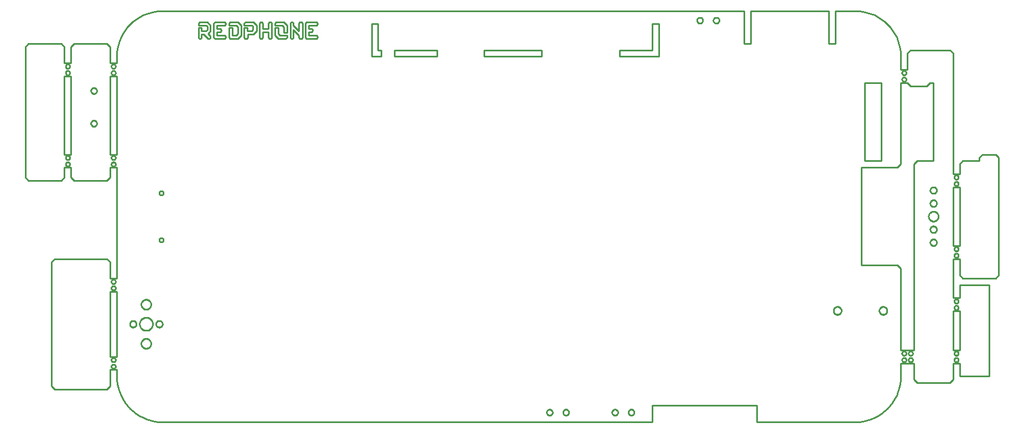
<source format=gbr>
G04 EAGLE Gerber RS-274X export*
G75*
%MOMM*%
%FSLAX34Y34*%
%LPD*%
%AMOC8*
5,1,8,0,0,1.08239X$1,22.5*%
G01*
%ADD10C,0.254000*%


D10*
X-140000Y375000D02*
X-135000Y370000D01*
X-85000Y370000D01*
X-80000Y375000D01*
X-80000Y390000D01*
X-70000Y390000D01*
X-70000Y375000D01*
X-65000Y370000D01*
X-15000Y370000D01*
X-10000Y375000D01*
X-10000Y390000D01*
X0Y390000D01*
X0Y220000D01*
X-10000Y220000D01*
X-10000Y245000D01*
X-15000Y250000D01*
X-95000Y250000D01*
X-100000Y245000D01*
X-100000Y55000D01*
X-95000Y50000D01*
X-15000Y50000D01*
X-10000Y55000D01*
X-10000Y80000D01*
X0Y80000D01*
X0Y70000D01*
X266Y63899D01*
X1063Y57845D01*
X2385Y51883D01*
X4222Y46059D01*
X6558Y40417D01*
X9378Y35000D01*
X12659Y29850D01*
X16377Y25005D01*
X20503Y20503D01*
X25005Y16377D01*
X29850Y12659D01*
X35000Y9378D01*
X40417Y6558D01*
X46059Y4222D01*
X51883Y2385D01*
X57845Y1063D01*
X63899Y266D01*
X70000Y0D01*
X820000Y0D01*
X820000Y25000D01*
X980000Y25000D01*
X980000Y0D01*
X1130000Y0D01*
X1136101Y266D01*
X1142155Y1063D01*
X1148117Y2385D01*
X1153941Y4222D01*
X1159583Y6558D01*
X1165000Y9378D01*
X1170150Y12659D01*
X1174995Y16377D01*
X1179497Y20503D01*
X1183623Y25005D01*
X1187341Y29850D01*
X1190622Y35000D01*
X1193442Y40417D01*
X1195778Y46059D01*
X1197615Y51883D01*
X1198937Y57845D01*
X1199734Y63899D01*
X1200000Y70000D01*
X1200000Y90000D01*
X1220000Y90000D01*
X1220000Y65000D01*
X1225000Y60000D01*
X1275000Y60000D01*
X1280000Y65000D01*
X1280000Y90000D01*
X1290000Y90000D01*
X1290000Y70000D01*
X1335000Y70000D01*
X1335000Y210000D01*
X1290000Y210000D01*
X1290000Y190000D01*
X1280000Y190000D01*
X1280000Y250000D01*
X1290000Y250000D01*
X1290000Y225000D01*
X1295000Y220000D01*
X1345000Y220000D01*
X1350000Y225000D01*
X1350000Y405000D01*
X1345000Y410000D01*
X1325000Y410000D01*
X1320000Y405000D01*
X1320000Y400000D01*
X1295000Y400000D01*
X1290000Y395000D01*
X1290000Y380000D01*
X1280000Y380000D01*
X1280000Y565000D01*
X1275000Y570000D01*
X1215000Y570000D01*
X1210000Y565000D01*
X1210000Y540000D01*
X1200000Y540000D01*
X1200000Y560000D01*
X1199734Y566101D01*
X1198937Y572155D01*
X1197615Y578117D01*
X1195778Y583941D01*
X1193442Y589583D01*
X1190622Y595000D01*
X1187341Y600150D01*
X1183623Y604995D01*
X1179497Y609497D01*
X1174995Y613623D01*
X1170150Y617341D01*
X1165000Y620622D01*
X1159583Y623442D01*
X1153941Y625778D01*
X1148117Y627615D01*
X1142155Y628937D01*
X1136101Y629734D01*
X1130000Y630000D01*
X1100000Y630000D01*
X1100000Y580000D01*
X1090000Y580000D01*
X1090000Y630000D01*
X970000Y630000D01*
X970000Y580000D01*
X960000Y580000D01*
X960000Y630000D01*
X70000Y630000D01*
X63899Y629734D01*
X57845Y628937D01*
X51883Y627615D01*
X46059Y625778D01*
X40417Y623442D01*
X35000Y620622D01*
X29850Y617341D01*
X25005Y613623D01*
X20503Y609497D01*
X16377Y604995D01*
X12659Y600150D01*
X9378Y595000D01*
X6558Y589583D01*
X4222Y583941D01*
X2385Y578117D01*
X1063Y572155D01*
X266Y566101D01*
X0Y560000D01*
X0Y550000D01*
X-10000Y550000D01*
X-10000Y575000D01*
X-15000Y580000D01*
X-65000Y580000D01*
X-70000Y575000D01*
X-70000Y550000D01*
X-80000Y550000D01*
X-80000Y575000D01*
X-85000Y580000D01*
X-135000Y580000D01*
X-140000Y575000D01*
X-140000Y375000D01*
X265500Y589000D02*
X267000Y587500D01*
X269000Y587500D01*
X270500Y589000D01*
X270500Y601000D01*
X279000Y592500D01*
X279000Y589000D01*
X280500Y587500D01*
X283000Y587500D01*
X284500Y589000D01*
X284500Y611500D01*
X283000Y613000D01*
X280500Y613000D01*
X279000Y611500D01*
X279000Y599000D01*
X270500Y607500D01*
X270500Y611500D01*
X269000Y613000D01*
X267000Y613000D01*
X265500Y611500D01*
X265500Y589000D01*
X242000Y592500D02*
X247000Y587500D01*
X258500Y587500D01*
X260500Y589500D01*
X260500Y592500D01*
X249500Y592500D01*
X248000Y594000D01*
X247000Y595000D01*
X247000Y604000D01*
X242000Y604000D01*
X242000Y592500D01*
X242000Y608000D02*
X253000Y608000D01*
X255500Y605500D01*
X255500Y596500D01*
X260500Y596500D01*
X260500Y608000D01*
X255500Y613000D01*
X244000Y613000D01*
X242000Y611000D01*
X242000Y608000D01*
X288500Y589500D02*
X290500Y587500D01*
X305500Y587500D01*
X307000Y589000D01*
X307000Y591000D01*
X305500Y592500D01*
X293500Y592500D01*
X293500Y597500D01*
X298500Y597500D01*
X300000Y599000D01*
X300000Y601000D01*
X299500Y601500D01*
X298500Y602500D01*
X293500Y602500D01*
X293500Y608000D01*
X305500Y608000D01*
X307000Y609500D01*
X307000Y611500D01*
X305500Y613000D01*
X290500Y613000D01*
X288500Y611000D01*
X288500Y589500D01*
X218500Y589000D02*
X220000Y587500D01*
X222000Y587500D01*
X223500Y589000D01*
X223500Y597500D01*
X232000Y597500D01*
X232000Y589000D01*
X233500Y587500D01*
X236000Y587500D01*
X237500Y589000D01*
X237500Y611500D01*
X236000Y613000D01*
X233500Y613000D01*
X232000Y611500D01*
X232000Y603000D01*
X223500Y603000D01*
X223500Y611500D01*
X222000Y613000D01*
X220000Y613000D01*
X218500Y611500D01*
X218500Y589000D01*
X195000Y589000D02*
X196500Y587500D01*
X199000Y587500D01*
X200500Y589000D01*
X200500Y594500D01*
X209000Y594500D01*
X214000Y599500D01*
X214000Y608000D01*
X209000Y613000D01*
X197000Y613000D01*
X195000Y611000D01*
X195000Y608000D01*
X206500Y608000D01*
X208000Y606500D01*
X208500Y606000D01*
X208500Y601000D01*
X206500Y599000D01*
X200000Y599000D01*
X200000Y604000D01*
X195000Y604000D01*
X195000Y589000D01*
X172000Y589500D02*
X174000Y587500D01*
X185500Y587500D01*
X190500Y592500D01*
X190500Y608000D01*
X185500Y613000D01*
X174000Y613000D01*
X172000Y611000D01*
X172000Y608000D01*
X183000Y608000D01*
X185500Y605500D01*
X185500Y595000D01*
X183000Y592500D01*
X177000Y592500D01*
X177000Y604000D01*
X172000Y604000D01*
X172000Y589500D01*
X148500Y589500D02*
X150500Y587500D01*
X165500Y587500D01*
X167000Y589000D01*
X167000Y591000D01*
X165500Y592500D01*
X153500Y592500D01*
X153500Y597500D01*
X158500Y597500D01*
X160000Y599000D01*
X160000Y601000D01*
X159500Y601500D01*
X158500Y602500D01*
X153500Y602500D01*
X153500Y608000D01*
X165500Y608000D01*
X167000Y609500D01*
X167000Y611500D01*
X165500Y613000D01*
X150500Y613000D01*
X148500Y611000D01*
X148500Y589500D01*
X1145000Y400000D02*
X1170000Y400000D01*
X1170000Y520000D01*
X1145000Y520000D01*
X1145000Y400000D01*
X125000Y589000D02*
X126500Y587500D01*
X128500Y587500D01*
X130000Y589000D01*
X130000Y594500D01*
X133000Y594500D01*
X140000Y587500D01*
X142000Y587500D01*
X143500Y589000D01*
X143500Y591000D01*
X143000Y591500D01*
X139500Y595000D01*
X142500Y598000D01*
X143500Y599000D01*
X143500Y608000D01*
X138500Y613000D01*
X127000Y613000D01*
X125000Y611000D01*
X125000Y608000D01*
X136500Y608000D01*
X138000Y606500D01*
X138500Y606000D01*
X138500Y601000D01*
X136500Y599000D01*
X130000Y599000D01*
X130000Y604000D01*
X125000Y604000D01*
X125000Y589000D01*
X1280000Y270000D02*
X1290000Y270000D01*
X1290000Y360000D01*
X1280000Y360000D01*
X1280000Y270000D01*
X1280000Y110000D02*
X1290000Y110000D01*
X1290000Y170000D01*
X1280000Y170000D01*
X1280000Y110000D01*
X1140000Y240000D02*
X1195000Y240000D01*
X1200000Y235000D01*
X1200000Y110000D01*
X1220000Y110000D01*
X1220000Y395000D01*
X1225000Y400000D01*
X1250000Y400000D01*
X1250000Y520000D01*
X1245000Y520000D01*
X1240000Y515000D01*
X1215000Y515000D01*
X1210000Y520000D01*
X1200000Y520000D01*
X1200000Y395000D01*
X1195000Y390000D01*
X1140000Y390000D01*
X1140000Y240000D01*
X390000Y560000D02*
X405000Y560000D01*
X405000Y570000D01*
X400000Y570000D01*
X400000Y610000D01*
X390000Y610000D01*
X390000Y560000D01*
X425000Y560000D02*
X490000Y560000D01*
X490000Y570000D01*
X425000Y570000D01*
X425000Y560000D01*
X770000Y560000D02*
X830000Y560000D01*
X830000Y610000D01*
X820000Y610000D01*
X820000Y570000D01*
X770000Y570000D01*
X770000Y560000D01*
X-10000Y410000D02*
X0Y410000D01*
X0Y530000D01*
X-10000Y530000D01*
X-10000Y410000D01*
X-80000Y410000D02*
X-70000Y410000D01*
X-70000Y530000D01*
X-80000Y530000D01*
X-80000Y410000D01*
X-10000Y100000D02*
X0Y100000D01*
X0Y200000D01*
X-10000Y200000D01*
X-10000Y100000D01*
X562500Y560000D02*
X650000Y560000D01*
X650000Y570000D01*
X562500Y570000D01*
X562500Y560000D01*
X1257500Y314632D02*
X1257428Y313898D01*
X1257284Y313175D01*
X1257070Y312470D01*
X1256788Y311789D01*
X1256441Y311140D01*
X1256031Y310527D01*
X1255564Y309957D01*
X1255043Y309436D01*
X1254473Y308969D01*
X1253860Y308559D01*
X1253211Y308212D01*
X1252530Y307930D01*
X1251825Y307716D01*
X1251102Y307572D01*
X1250368Y307500D01*
X1249632Y307500D01*
X1248898Y307572D01*
X1248175Y307716D01*
X1247470Y307930D01*
X1246789Y308212D01*
X1246140Y308559D01*
X1245527Y308969D01*
X1244957Y309436D01*
X1244436Y309957D01*
X1243969Y310527D01*
X1243559Y311140D01*
X1243212Y311789D01*
X1242930Y312470D01*
X1242716Y313175D01*
X1242572Y313898D01*
X1242500Y314632D01*
X1242500Y315368D01*
X1242572Y316102D01*
X1242716Y316825D01*
X1242930Y317530D01*
X1243212Y318211D01*
X1243559Y318860D01*
X1243969Y319473D01*
X1244436Y320043D01*
X1244957Y320564D01*
X1245527Y321031D01*
X1246140Y321441D01*
X1246789Y321788D01*
X1247470Y322070D01*
X1248175Y322284D01*
X1248898Y322428D01*
X1249632Y322500D01*
X1250368Y322500D01*
X1251102Y322428D01*
X1251825Y322284D01*
X1252530Y322070D01*
X1253211Y321788D01*
X1253860Y321441D01*
X1254473Y321031D01*
X1255043Y320564D01*
X1255564Y320043D01*
X1256031Y319473D01*
X1256441Y318860D01*
X1256788Y318211D01*
X1257070Y317530D01*
X1257284Y316825D01*
X1257428Y316102D01*
X1257500Y315368D01*
X1257500Y314632D01*
X1255000Y294719D02*
X1254937Y294161D01*
X1254812Y293614D01*
X1254627Y293084D01*
X1254383Y292578D01*
X1254084Y292102D01*
X1253734Y291663D01*
X1253337Y291266D01*
X1252898Y290916D01*
X1252422Y290617D01*
X1251916Y290373D01*
X1251386Y290188D01*
X1250839Y290063D01*
X1250281Y290000D01*
X1249719Y290000D01*
X1249161Y290063D01*
X1248614Y290188D01*
X1248084Y290373D01*
X1247578Y290617D01*
X1247102Y290916D01*
X1246663Y291266D01*
X1246266Y291663D01*
X1245916Y292102D01*
X1245617Y292578D01*
X1245373Y293084D01*
X1245188Y293614D01*
X1245063Y294161D01*
X1245000Y294719D01*
X1245000Y295281D01*
X1245063Y295839D01*
X1245188Y296386D01*
X1245373Y296916D01*
X1245617Y297422D01*
X1245916Y297898D01*
X1246266Y298337D01*
X1246663Y298734D01*
X1247102Y299084D01*
X1247578Y299383D01*
X1248084Y299627D01*
X1248614Y299812D01*
X1249161Y299937D01*
X1249719Y300000D01*
X1250281Y300000D01*
X1250839Y299937D01*
X1251386Y299812D01*
X1251916Y299627D01*
X1252422Y299383D01*
X1252898Y299084D01*
X1253337Y298734D01*
X1253734Y298337D01*
X1254084Y297898D01*
X1254383Y297422D01*
X1254627Y296916D01*
X1254812Y296386D01*
X1254937Y295839D01*
X1255000Y295281D01*
X1255000Y294719D01*
X1255000Y274719D02*
X1254937Y274161D01*
X1254812Y273614D01*
X1254627Y273084D01*
X1254383Y272578D01*
X1254084Y272102D01*
X1253734Y271663D01*
X1253337Y271266D01*
X1252898Y270916D01*
X1252422Y270617D01*
X1251916Y270373D01*
X1251386Y270188D01*
X1250839Y270063D01*
X1250281Y270000D01*
X1249719Y270000D01*
X1249161Y270063D01*
X1248614Y270188D01*
X1248084Y270373D01*
X1247578Y270617D01*
X1247102Y270916D01*
X1246663Y271266D01*
X1246266Y271663D01*
X1245916Y272102D01*
X1245617Y272578D01*
X1245373Y273084D01*
X1245188Y273614D01*
X1245063Y274161D01*
X1245000Y274719D01*
X1245000Y275281D01*
X1245063Y275839D01*
X1245188Y276386D01*
X1245373Y276916D01*
X1245617Y277422D01*
X1245916Y277898D01*
X1246266Y278337D01*
X1246663Y278734D01*
X1247102Y279084D01*
X1247578Y279383D01*
X1248084Y279627D01*
X1248614Y279812D01*
X1249161Y279937D01*
X1249719Y280000D01*
X1250281Y280000D01*
X1250839Y279937D01*
X1251386Y279812D01*
X1251916Y279627D01*
X1252422Y279383D01*
X1252898Y279084D01*
X1253337Y278734D01*
X1253734Y278337D01*
X1254084Y277898D01*
X1254383Y277422D01*
X1254627Y276916D01*
X1254812Y276386D01*
X1254937Y275839D01*
X1255000Y275281D01*
X1255000Y274719D01*
X1255000Y334719D02*
X1254937Y334161D01*
X1254812Y333614D01*
X1254627Y333084D01*
X1254383Y332578D01*
X1254084Y332102D01*
X1253734Y331663D01*
X1253337Y331266D01*
X1252898Y330916D01*
X1252422Y330617D01*
X1251916Y330373D01*
X1251386Y330188D01*
X1250839Y330063D01*
X1250281Y330000D01*
X1249719Y330000D01*
X1249161Y330063D01*
X1248614Y330188D01*
X1248084Y330373D01*
X1247578Y330617D01*
X1247102Y330916D01*
X1246663Y331266D01*
X1246266Y331663D01*
X1245916Y332102D01*
X1245617Y332578D01*
X1245373Y333084D01*
X1245188Y333614D01*
X1245063Y334161D01*
X1245000Y334719D01*
X1245000Y335281D01*
X1245063Y335839D01*
X1245188Y336386D01*
X1245373Y336916D01*
X1245617Y337422D01*
X1245916Y337898D01*
X1246266Y338337D01*
X1246663Y338734D01*
X1247102Y339084D01*
X1247578Y339383D01*
X1248084Y339627D01*
X1248614Y339812D01*
X1249161Y339937D01*
X1249719Y340000D01*
X1250281Y340000D01*
X1250839Y339937D01*
X1251386Y339812D01*
X1251916Y339627D01*
X1252422Y339383D01*
X1252898Y339084D01*
X1253337Y338734D01*
X1253734Y338337D01*
X1254084Y337898D01*
X1254383Y337422D01*
X1254627Y336916D01*
X1254812Y336386D01*
X1254937Y335839D01*
X1255000Y335281D01*
X1255000Y334719D01*
X1255000Y354719D02*
X1254937Y354161D01*
X1254812Y353614D01*
X1254627Y353084D01*
X1254383Y352578D01*
X1254084Y352102D01*
X1253734Y351663D01*
X1253337Y351266D01*
X1252898Y350916D01*
X1252422Y350617D01*
X1251916Y350373D01*
X1251386Y350188D01*
X1250839Y350063D01*
X1250281Y350000D01*
X1249719Y350000D01*
X1249161Y350063D01*
X1248614Y350188D01*
X1248084Y350373D01*
X1247578Y350617D01*
X1247102Y350916D01*
X1246663Y351266D01*
X1246266Y351663D01*
X1245916Y352102D01*
X1245617Y352578D01*
X1245373Y353084D01*
X1245188Y353614D01*
X1245063Y354161D01*
X1245000Y354719D01*
X1245000Y355281D01*
X1245063Y355839D01*
X1245188Y356386D01*
X1245373Y356916D01*
X1245617Y357422D01*
X1245916Y357898D01*
X1246266Y358337D01*
X1246663Y358734D01*
X1247102Y359084D01*
X1247578Y359383D01*
X1248084Y359627D01*
X1248614Y359812D01*
X1249161Y359937D01*
X1249719Y360000D01*
X1250281Y360000D01*
X1250839Y359937D01*
X1251386Y359812D01*
X1251916Y359627D01*
X1252422Y359383D01*
X1252898Y359084D01*
X1253337Y358734D01*
X1253734Y358337D01*
X1254084Y357898D01*
X1254383Y357422D01*
X1254627Y356916D01*
X1254812Y356386D01*
X1254937Y355839D01*
X1255000Y355281D01*
X1255000Y354719D01*
X-1750Y544787D02*
X-1806Y544365D01*
X-1916Y543953D01*
X-2079Y543559D01*
X-2292Y543191D01*
X-2551Y542853D01*
X-2853Y542551D01*
X-3191Y542292D01*
X-3559Y542079D01*
X-3953Y541916D01*
X-4365Y541806D01*
X-4787Y541750D01*
X-5213Y541750D01*
X-5635Y541806D01*
X-6047Y541916D01*
X-6441Y542079D01*
X-6809Y542292D01*
X-7147Y542551D01*
X-7449Y542853D01*
X-7708Y543191D01*
X-7921Y543559D01*
X-8084Y543953D01*
X-8194Y544365D01*
X-8250Y544787D01*
X-8250Y545213D01*
X-8194Y545635D01*
X-8084Y546047D01*
X-7921Y546441D01*
X-7708Y546809D01*
X-7449Y547147D01*
X-7147Y547449D01*
X-6809Y547708D01*
X-6441Y547921D01*
X-6047Y548084D01*
X-5635Y548194D01*
X-5213Y548250D01*
X-4787Y548250D01*
X-4365Y548194D01*
X-3953Y548084D01*
X-3559Y547921D01*
X-3191Y547708D01*
X-2853Y547449D01*
X-2551Y547147D01*
X-2292Y546809D01*
X-2079Y546441D01*
X-1916Y546047D01*
X-1806Y545635D01*
X-1750Y545213D01*
X-1750Y544787D01*
X-1750Y534787D02*
X-1806Y534365D01*
X-1916Y533953D01*
X-2079Y533559D01*
X-2292Y533191D01*
X-2551Y532853D01*
X-2853Y532551D01*
X-3191Y532292D01*
X-3559Y532079D01*
X-3953Y531916D01*
X-4365Y531806D01*
X-4787Y531750D01*
X-5213Y531750D01*
X-5635Y531806D01*
X-6047Y531916D01*
X-6441Y532079D01*
X-6809Y532292D01*
X-7147Y532551D01*
X-7449Y532853D01*
X-7708Y533191D01*
X-7921Y533559D01*
X-8084Y533953D01*
X-8194Y534365D01*
X-8250Y534787D01*
X-8250Y535213D01*
X-8194Y535635D01*
X-8084Y536047D01*
X-7921Y536441D01*
X-7708Y536809D01*
X-7449Y537147D01*
X-7147Y537449D01*
X-6809Y537708D01*
X-6441Y537921D01*
X-6047Y538084D01*
X-5635Y538194D01*
X-5213Y538250D01*
X-4787Y538250D01*
X-4365Y538194D01*
X-3953Y538084D01*
X-3559Y537921D01*
X-3191Y537708D01*
X-2853Y537449D01*
X-2551Y537147D01*
X-2292Y536809D01*
X-2079Y536441D01*
X-1916Y536047D01*
X-1806Y535635D01*
X-1750Y535213D01*
X-1750Y534787D01*
X-1750Y404787D02*
X-1806Y404365D01*
X-1916Y403953D01*
X-2079Y403559D01*
X-2292Y403191D01*
X-2551Y402853D01*
X-2853Y402551D01*
X-3191Y402292D01*
X-3559Y402079D01*
X-3953Y401916D01*
X-4365Y401806D01*
X-4787Y401750D01*
X-5213Y401750D01*
X-5635Y401806D01*
X-6047Y401916D01*
X-6441Y402079D01*
X-6809Y402292D01*
X-7147Y402551D01*
X-7449Y402853D01*
X-7708Y403191D01*
X-7921Y403559D01*
X-8084Y403953D01*
X-8194Y404365D01*
X-8250Y404787D01*
X-8250Y405213D01*
X-8194Y405635D01*
X-8084Y406047D01*
X-7921Y406441D01*
X-7708Y406809D01*
X-7449Y407147D01*
X-7147Y407449D01*
X-6809Y407708D01*
X-6441Y407921D01*
X-6047Y408084D01*
X-5635Y408194D01*
X-5213Y408250D01*
X-4787Y408250D01*
X-4365Y408194D01*
X-3953Y408084D01*
X-3559Y407921D01*
X-3191Y407708D01*
X-2853Y407449D01*
X-2551Y407147D01*
X-2292Y406809D01*
X-2079Y406441D01*
X-1916Y406047D01*
X-1806Y405635D01*
X-1750Y405213D01*
X-1750Y404787D01*
X-1750Y394787D02*
X-1806Y394365D01*
X-1916Y393953D01*
X-2079Y393559D01*
X-2292Y393191D01*
X-2551Y392853D01*
X-2853Y392551D01*
X-3191Y392292D01*
X-3559Y392079D01*
X-3953Y391916D01*
X-4365Y391806D01*
X-4787Y391750D01*
X-5213Y391750D01*
X-5635Y391806D01*
X-6047Y391916D01*
X-6441Y392079D01*
X-6809Y392292D01*
X-7147Y392551D01*
X-7449Y392853D01*
X-7708Y393191D01*
X-7921Y393559D01*
X-8084Y393953D01*
X-8194Y394365D01*
X-8250Y394787D01*
X-8250Y395213D01*
X-8194Y395635D01*
X-8084Y396047D01*
X-7921Y396441D01*
X-7708Y396809D01*
X-7449Y397147D01*
X-7147Y397449D01*
X-6809Y397708D01*
X-6441Y397921D01*
X-6047Y398084D01*
X-5635Y398194D01*
X-5213Y398250D01*
X-4787Y398250D01*
X-4365Y398194D01*
X-3953Y398084D01*
X-3559Y397921D01*
X-3191Y397708D01*
X-2853Y397449D01*
X-2551Y397147D01*
X-2292Y396809D01*
X-2079Y396441D01*
X-1916Y396047D01*
X-1806Y395635D01*
X-1750Y395213D01*
X-1750Y394787D01*
X-1750Y214787D02*
X-1806Y214365D01*
X-1916Y213953D01*
X-2079Y213559D01*
X-2292Y213191D01*
X-2551Y212853D01*
X-2853Y212551D01*
X-3191Y212292D01*
X-3559Y212079D01*
X-3953Y211916D01*
X-4365Y211806D01*
X-4787Y211750D01*
X-5213Y211750D01*
X-5635Y211806D01*
X-6047Y211916D01*
X-6441Y212079D01*
X-6809Y212292D01*
X-7147Y212551D01*
X-7449Y212853D01*
X-7708Y213191D01*
X-7921Y213559D01*
X-8084Y213953D01*
X-8194Y214365D01*
X-8250Y214787D01*
X-8250Y215213D01*
X-8194Y215635D01*
X-8084Y216047D01*
X-7921Y216441D01*
X-7708Y216809D01*
X-7449Y217147D01*
X-7147Y217449D01*
X-6809Y217708D01*
X-6441Y217921D01*
X-6047Y218084D01*
X-5635Y218194D01*
X-5213Y218250D01*
X-4787Y218250D01*
X-4365Y218194D01*
X-3953Y218084D01*
X-3559Y217921D01*
X-3191Y217708D01*
X-2853Y217449D01*
X-2551Y217147D01*
X-2292Y216809D01*
X-2079Y216441D01*
X-1916Y216047D01*
X-1806Y215635D01*
X-1750Y215213D01*
X-1750Y214787D01*
X-1750Y204787D02*
X-1806Y204365D01*
X-1916Y203953D01*
X-2079Y203559D01*
X-2292Y203191D01*
X-2551Y202853D01*
X-2853Y202551D01*
X-3191Y202292D01*
X-3559Y202079D01*
X-3953Y201916D01*
X-4365Y201806D01*
X-4787Y201750D01*
X-5213Y201750D01*
X-5635Y201806D01*
X-6047Y201916D01*
X-6441Y202079D01*
X-6809Y202292D01*
X-7147Y202551D01*
X-7449Y202853D01*
X-7708Y203191D01*
X-7921Y203559D01*
X-8084Y203953D01*
X-8194Y204365D01*
X-8250Y204787D01*
X-8250Y205213D01*
X-8194Y205635D01*
X-8084Y206047D01*
X-7921Y206441D01*
X-7708Y206809D01*
X-7449Y207147D01*
X-7147Y207449D01*
X-6809Y207708D01*
X-6441Y207921D01*
X-6047Y208084D01*
X-5635Y208194D01*
X-5213Y208250D01*
X-4787Y208250D01*
X-4365Y208194D01*
X-3953Y208084D01*
X-3559Y207921D01*
X-3191Y207708D01*
X-2853Y207449D01*
X-2551Y207147D01*
X-2292Y206809D01*
X-2079Y206441D01*
X-1916Y206047D01*
X-1806Y205635D01*
X-1750Y205213D01*
X-1750Y204787D01*
X-1750Y94787D02*
X-1806Y94365D01*
X-1916Y93953D01*
X-2079Y93559D01*
X-2292Y93191D01*
X-2551Y92853D01*
X-2853Y92551D01*
X-3191Y92292D01*
X-3559Y92079D01*
X-3953Y91916D01*
X-4365Y91806D01*
X-4787Y91750D01*
X-5213Y91750D01*
X-5635Y91806D01*
X-6047Y91916D01*
X-6441Y92079D01*
X-6809Y92292D01*
X-7147Y92551D01*
X-7449Y92853D01*
X-7708Y93191D01*
X-7921Y93559D01*
X-8084Y93953D01*
X-8194Y94365D01*
X-8250Y94787D01*
X-8250Y95213D01*
X-8194Y95635D01*
X-8084Y96047D01*
X-7921Y96441D01*
X-7708Y96809D01*
X-7449Y97147D01*
X-7147Y97449D01*
X-6809Y97708D01*
X-6441Y97921D01*
X-6047Y98084D01*
X-5635Y98194D01*
X-5213Y98250D01*
X-4787Y98250D01*
X-4365Y98194D01*
X-3953Y98084D01*
X-3559Y97921D01*
X-3191Y97708D01*
X-2853Y97449D01*
X-2551Y97147D01*
X-2292Y96809D01*
X-2079Y96441D01*
X-1916Y96047D01*
X-1806Y95635D01*
X-1750Y95213D01*
X-1750Y94787D01*
X-1750Y84787D02*
X-1806Y84365D01*
X-1916Y83953D01*
X-2079Y83559D01*
X-2292Y83191D01*
X-2551Y82853D01*
X-2853Y82551D01*
X-3191Y82292D01*
X-3559Y82079D01*
X-3953Y81916D01*
X-4365Y81806D01*
X-4787Y81750D01*
X-5213Y81750D01*
X-5635Y81806D01*
X-6047Y81916D01*
X-6441Y82079D01*
X-6809Y82292D01*
X-7147Y82551D01*
X-7449Y82853D01*
X-7708Y83191D01*
X-7921Y83559D01*
X-8084Y83953D01*
X-8194Y84365D01*
X-8250Y84787D01*
X-8250Y85213D01*
X-8194Y85635D01*
X-8084Y86047D01*
X-7921Y86441D01*
X-7708Y86809D01*
X-7449Y87147D01*
X-7147Y87449D01*
X-6809Y87708D01*
X-6441Y87921D01*
X-6047Y88084D01*
X-5635Y88194D01*
X-5213Y88250D01*
X-4787Y88250D01*
X-4365Y88194D01*
X-3953Y88084D01*
X-3559Y87921D01*
X-3191Y87708D01*
X-2853Y87449D01*
X-2551Y87147D01*
X-2292Y86809D01*
X-2079Y86441D01*
X-1916Y86047D01*
X-1806Y85635D01*
X-1750Y85213D01*
X-1750Y84787D01*
X1208250Y534787D02*
X1208194Y534365D01*
X1208084Y533953D01*
X1207921Y533559D01*
X1207708Y533191D01*
X1207449Y532853D01*
X1207147Y532551D01*
X1206809Y532292D01*
X1206441Y532079D01*
X1206047Y531916D01*
X1205635Y531806D01*
X1205213Y531750D01*
X1204787Y531750D01*
X1204365Y531806D01*
X1203953Y531916D01*
X1203559Y532079D01*
X1203191Y532292D01*
X1202853Y532551D01*
X1202551Y532853D01*
X1202292Y533191D01*
X1202079Y533559D01*
X1201916Y533953D01*
X1201806Y534365D01*
X1201750Y534787D01*
X1201750Y535213D01*
X1201806Y535635D01*
X1201916Y536047D01*
X1202079Y536441D01*
X1202292Y536809D01*
X1202551Y537147D01*
X1202853Y537449D01*
X1203191Y537708D01*
X1203559Y537921D01*
X1203953Y538084D01*
X1204365Y538194D01*
X1204787Y538250D01*
X1205213Y538250D01*
X1205635Y538194D01*
X1206047Y538084D01*
X1206441Y537921D01*
X1206809Y537708D01*
X1207147Y537449D01*
X1207449Y537147D01*
X1207708Y536809D01*
X1207921Y536441D01*
X1208084Y536047D01*
X1208194Y535635D01*
X1208250Y535213D01*
X1208250Y534787D01*
X1208250Y524787D02*
X1208194Y524365D01*
X1208084Y523953D01*
X1207921Y523559D01*
X1207708Y523191D01*
X1207449Y522853D01*
X1207147Y522551D01*
X1206809Y522292D01*
X1206441Y522079D01*
X1206047Y521916D01*
X1205635Y521806D01*
X1205213Y521750D01*
X1204787Y521750D01*
X1204365Y521806D01*
X1203953Y521916D01*
X1203559Y522079D01*
X1203191Y522292D01*
X1202853Y522551D01*
X1202551Y522853D01*
X1202292Y523191D01*
X1202079Y523559D01*
X1201916Y523953D01*
X1201806Y524365D01*
X1201750Y524787D01*
X1201750Y525213D01*
X1201806Y525635D01*
X1201916Y526047D01*
X1202079Y526441D01*
X1202292Y526809D01*
X1202551Y527147D01*
X1202853Y527449D01*
X1203191Y527708D01*
X1203559Y527921D01*
X1203953Y528084D01*
X1204365Y528194D01*
X1204787Y528250D01*
X1205213Y528250D01*
X1205635Y528194D01*
X1206047Y528084D01*
X1206441Y527921D01*
X1206809Y527708D01*
X1207147Y527449D01*
X1207449Y527147D01*
X1207708Y526809D01*
X1207921Y526441D01*
X1208084Y526047D01*
X1208194Y525635D01*
X1208250Y525213D01*
X1208250Y524787D01*
X1288250Y374787D02*
X1288194Y374365D01*
X1288084Y373953D01*
X1287921Y373559D01*
X1287708Y373191D01*
X1287449Y372853D01*
X1287147Y372551D01*
X1286809Y372292D01*
X1286441Y372079D01*
X1286047Y371916D01*
X1285635Y371806D01*
X1285213Y371750D01*
X1284787Y371750D01*
X1284365Y371806D01*
X1283953Y371916D01*
X1283559Y372079D01*
X1283191Y372292D01*
X1282853Y372551D01*
X1282551Y372853D01*
X1282292Y373191D01*
X1282079Y373559D01*
X1281916Y373953D01*
X1281806Y374365D01*
X1281750Y374787D01*
X1281750Y375213D01*
X1281806Y375635D01*
X1281916Y376047D01*
X1282079Y376441D01*
X1282292Y376809D01*
X1282551Y377147D01*
X1282853Y377449D01*
X1283191Y377708D01*
X1283559Y377921D01*
X1283953Y378084D01*
X1284365Y378194D01*
X1284787Y378250D01*
X1285213Y378250D01*
X1285635Y378194D01*
X1286047Y378084D01*
X1286441Y377921D01*
X1286809Y377708D01*
X1287147Y377449D01*
X1287449Y377147D01*
X1287708Y376809D01*
X1287921Y376441D01*
X1288084Y376047D01*
X1288194Y375635D01*
X1288250Y375213D01*
X1288250Y374787D01*
X1288250Y364787D02*
X1288194Y364365D01*
X1288084Y363953D01*
X1287921Y363559D01*
X1287708Y363191D01*
X1287449Y362853D01*
X1287147Y362551D01*
X1286809Y362292D01*
X1286441Y362079D01*
X1286047Y361916D01*
X1285635Y361806D01*
X1285213Y361750D01*
X1284787Y361750D01*
X1284365Y361806D01*
X1283953Y361916D01*
X1283559Y362079D01*
X1283191Y362292D01*
X1282853Y362551D01*
X1282551Y362853D01*
X1282292Y363191D01*
X1282079Y363559D01*
X1281916Y363953D01*
X1281806Y364365D01*
X1281750Y364787D01*
X1281750Y365213D01*
X1281806Y365635D01*
X1281916Y366047D01*
X1282079Y366441D01*
X1282292Y366809D01*
X1282551Y367147D01*
X1282853Y367449D01*
X1283191Y367708D01*
X1283559Y367921D01*
X1283953Y368084D01*
X1284365Y368194D01*
X1284787Y368250D01*
X1285213Y368250D01*
X1285635Y368194D01*
X1286047Y368084D01*
X1286441Y367921D01*
X1286809Y367708D01*
X1287147Y367449D01*
X1287449Y367147D01*
X1287708Y366809D01*
X1287921Y366441D01*
X1288084Y366047D01*
X1288194Y365635D01*
X1288250Y365213D01*
X1288250Y364787D01*
X1288250Y264787D02*
X1288194Y264365D01*
X1288084Y263953D01*
X1287921Y263559D01*
X1287708Y263191D01*
X1287449Y262853D01*
X1287147Y262551D01*
X1286809Y262292D01*
X1286441Y262079D01*
X1286047Y261916D01*
X1285635Y261806D01*
X1285213Y261750D01*
X1284787Y261750D01*
X1284365Y261806D01*
X1283953Y261916D01*
X1283559Y262079D01*
X1283191Y262292D01*
X1282853Y262551D01*
X1282551Y262853D01*
X1282292Y263191D01*
X1282079Y263559D01*
X1281916Y263953D01*
X1281806Y264365D01*
X1281750Y264787D01*
X1281750Y265213D01*
X1281806Y265635D01*
X1281916Y266047D01*
X1282079Y266441D01*
X1282292Y266809D01*
X1282551Y267147D01*
X1282853Y267449D01*
X1283191Y267708D01*
X1283559Y267921D01*
X1283953Y268084D01*
X1284365Y268194D01*
X1284787Y268250D01*
X1285213Y268250D01*
X1285635Y268194D01*
X1286047Y268084D01*
X1286441Y267921D01*
X1286809Y267708D01*
X1287147Y267449D01*
X1287449Y267147D01*
X1287708Y266809D01*
X1287921Y266441D01*
X1288084Y266047D01*
X1288194Y265635D01*
X1288250Y265213D01*
X1288250Y264787D01*
X1288250Y254787D02*
X1288194Y254365D01*
X1288084Y253953D01*
X1287921Y253559D01*
X1287708Y253191D01*
X1287449Y252853D01*
X1287147Y252551D01*
X1286809Y252292D01*
X1286441Y252079D01*
X1286047Y251916D01*
X1285635Y251806D01*
X1285213Y251750D01*
X1284787Y251750D01*
X1284365Y251806D01*
X1283953Y251916D01*
X1283559Y252079D01*
X1283191Y252292D01*
X1282853Y252551D01*
X1282551Y252853D01*
X1282292Y253191D01*
X1282079Y253559D01*
X1281916Y253953D01*
X1281806Y254365D01*
X1281750Y254787D01*
X1281750Y255213D01*
X1281806Y255635D01*
X1281916Y256047D01*
X1282079Y256441D01*
X1282292Y256809D01*
X1282551Y257147D01*
X1282853Y257449D01*
X1283191Y257708D01*
X1283559Y257921D01*
X1283953Y258084D01*
X1284365Y258194D01*
X1284787Y258250D01*
X1285213Y258250D01*
X1285635Y258194D01*
X1286047Y258084D01*
X1286441Y257921D01*
X1286809Y257708D01*
X1287147Y257449D01*
X1287449Y257147D01*
X1287708Y256809D01*
X1287921Y256441D01*
X1288084Y256047D01*
X1288194Y255635D01*
X1288250Y255213D01*
X1288250Y254787D01*
X1208250Y104787D02*
X1208194Y104365D01*
X1208084Y103953D01*
X1207921Y103559D01*
X1207708Y103191D01*
X1207449Y102853D01*
X1207147Y102551D01*
X1206809Y102292D01*
X1206441Y102079D01*
X1206047Y101916D01*
X1205635Y101806D01*
X1205213Y101750D01*
X1204787Y101750D01*
X1204365Y101806D01*
X1203953Y101916D01*
X1203559Y102079D01*
X1203191Y102292D01*
X1202853Y102551D01*
X1202551Y102853D01*
X1202292Y103191D01*
X1202079Y103559D01*
X1201916Y103953D01*
X1201806Y104365D01*
X1201750Y104787D01*
X1201750Y105213D01*
X1201806Y105635D01*
X1201916Y106047D01*
X1202079Y106441D01*
X1202292Y106809D01*
X1202551Y107147D01*
X1202853Y107449D01*
X1203191Y107708D01*
X1203559Y107921D01*
X1203953Y108084D01*
X1204365Y108194D01*
X1204787Y108250D01*
X1205213Y108250D01*
X1205635Y108194D01*
X1206047Y108084D01*
X1206441Y107921D01*
X1206809Y107708D01*
X1207147Y107449D01*
X1207449Y107147D01*
X1207708Y106809D01*
X1207921Y106441D01*
X1208084Y106047D01*
X1208194Y105635D01*
X1208250Y105213D01*
X1208250Y104787D01*
X1208250Y94787D02*
X1208194Y94365D01*
X1208084Y93953D01*
X1207921Y93559D01*
X1207708Y93191D01*
X1207449Y92853D01*
X1207147Y92551D01*
X1206809Y92292D01*
X1206441Y92079D01*
X1206047Y91916D01*
X1205635Y91806D01*
X1205213Y91750D01*
X1204787Y91750D01*
X1204365Y91806D01*
X1203953Y91916D01*
X1203559Y92079D01*
X1203191Y92292D01*
X1202853Y92551D01*
X1202551Y92853D01*
X1202292Y93191D01*
X1202079Y93559D01*
X1201916Y93953D01*
X1201806Y94365D01*
X1201750Y94787D01*
X1201750Y95213D01*
X1201806Y95635D01*
X1201916Y96047D01*
X1202079Y96441D01*
X1202292Y96809D01*
X1202551Y97147D01*
X1202853Y97449D01*
X1203191Y97708D01*
X1203559Y97921D01*
X1203953Y98084D01*
X1204365Y98194D01*
X1204787Y98250D01*
X1205213Y98250D01*
X1205635Y98194D01*
X1206047Y98084D01*
X1206441Y97921D01*
X1206809Y97708D01*
X1207147Y97449D01*
X1207449Y97147D01*
X1207708Y96809D01*
X1207921Y96441D01*
X1208084Y96047D01*
X1208194Y95635D01*
X1208250Y95213D01*
X1208250Y94787D01*
X1218250Y104787D02*
X1218194Y104365D01*
X1218084Y103953D01*
X1217921Y103559D01*
X1217708Y103191D01*
X1217449Y102853D01*
X1217147Y102551D01*
X1216809Y102292D01*
X1216441Y102079D01*
X1216047Y101916D01*
X1215635Y101806D01*
X1215213Y101750D01*
X1214787Y101750D01*
X1214365Y101806D01*
X1213953Y101916D01*
X1213559Y102079D01*
X1213191Y102292D01*
X1212853Y102551D01*
X1212551Y102853D01*
X1212292Y103191D01*
X1212079Y103559D01*
X1211916Y103953D01*
X1211806Y104365D01*
X1211750Y104787D01*
X1211750Y105213D01*
X1211806Y105635D01*
X1211916Y106047D01*
X1212079Y106441D01*
X1212292Y106809D01*
X1212551Y107147D01*
X1212853Y107449D01*
X1213191Y107708D01*
X1213559Y107921D01*
X1213953Y108084D01*
X1214365Y108194D01*
X1214787Y108250D01*
X1215213Y108250D01*
X1215635Y108194D01*
X1216047Y108084D01*
X1216441Y107921D01*
X1216809Y107708D01*
X1217147Y107449D01*
X1217449Y107147D01*
X1217708Y106809D01*
X1217921Y106441D01*
X1218084Y106047D01*
X1218194Y105635D01*
X1218250Y105213D01*
X1218250Y104787D01*
X1218250Y94787D02*
X1218194Y94365D01*
X1218084Y93953D01*
X1217921Y93559D01*
X1217708Y93191D01*
X1217449Y92853D01*
X1217147Y92551D01*
X1216809Y92292D01*
X1216441Y92079D01*
X1216047Y91916D01*
X1215635Y91806D01*
X1215213Y91750D01*
X1214787Y91750D01*
X1214365Y91806D01*
X1213953Y91916D01*
X1213559Y92079D01*
X1213191Y92292D01*
X1212853Y92551D01*
X1212551Y92853D01*
X1212292Y93191D01*
X1212079Y93559D01*
X1211916Y93953D01*
X1211806Y94365D01*
X1211750Y94787D01*
X1211750Y95213D01*
X1211806Y95635D01*
X1211916Y96047D01*
X1212079Y96441D01*
X1212292Y96809D01*
X1212551Y97147D01*
X1212853Y97449D01*
X1213191Y97708D01*
X1213559Y97921D01*
X1213953Y98084D01*
X1214365Y98194D01*
X1214787Y98250D01*
X1215213Y98250D01*
X1215635Y98194D01*
X1216047Y98084D01*
X1216441Y97921D01*
X1216809Y97708D01*
X1217147Y97449D01*
X1217449Y97147D01*
X1217708Y96809D01*
X1217921Y96441D01*
X1218084Y96047D01*
X1218194Y95635D01*
X1218250Y95213D01*
X1218250Y94787D01*
X55000Y149563D02*
X54924Y148694D01*
X54772Y147834D01*
X54546Y146990D01*
X54248Y146170D01*
X53879Y145378D01*
X53442Y144622D01*
X52941Y143907D01*
X52380Y143238D01*
X51762Y142620D01*
X51093Y142059D01*
X50378Y141558D01*
X49622Y141121D01*
X48830Y140752D01*
X48010Y140454D01*
X47166Y140228D01*
X46307Y140076D01*
X45437Y140000D01*
X44563Y140000D01*
X43694Y140076D01*
X42834Y140228D01*
X41990Y140454D01*
X41170Y140752D01*
X40378Y141121D01*
X39622Y141558D01*
X38907Y142059D01*
X38238Y142620D01*
X37620Y143238D01*
X37059Y143907D01*
X36558Y144622D01*
X36121Y145378D01*
X35752Y146170D01*
X35454Y146990D01*
X35228Y147834D01*
X35076Y148694D01*
X35000Y149563D01*
X35000Y150437D01*
X35076Y151307D01*
X35228Y152166D01*
X35454Y153010D01*
X35752Y153830D01*
X36121Y154622D01*
X36558Y155378D01*
X37059Y156093D01*
X37620Y156762D01*
X38238Y157380D01*
X38907Y157941D01*
X39622Y158442D01*
X40378Y158879D01*
X41170Y159248D01*
X41990Y159546D01*
X42834Y159772D01*
X43694Y159924D01*
X44563Y160000D01*
X45437Y160000D01*
X46307Y159924D01*
X47166Y159772D01*
X48010Y159546D01*
X48830Y159248D01*
X49622Y158879D01*
X50378Y158442D01*
X51093Y157941D01*
X51762Y157380D01*
X52380Y156762D01*
X52941Y156093D01*
X53442Y155378D01*
X53879Y154622D01*
X54248Y153830D01*
X54546Y153010D01*
X54772Y152166D01*
X54924Y151307D01*
X55000Y150437D01*
X55000Y149563D01*
X52500Y179632D02*
X52428Y178898D01*
X52284Y178175D01*
X52070Y177470D01*
X51788Y176789D01*
X51441Y176140D01*
X51031Y175527D01*
X50564Y174957D01*
X50043Y174436D01*
X49473Y173969D01*
X48860Y173559D01*
X48211Y173212D01*
X47530Y172930D01*
X46825Y172716D01*
X46102Y172572D01*
X45368Y172500D01*
X44632Y172500D01*
X43898Y172572D01*
X43175Y172716D01*
X42470Y172930D01*
X41789Y173212D01*
X41140Y173559D01*
X40527Y173969D01*
X39957Y174436D01*
X39436Y174957D01*
X38969Y175527D01*
X38559Y176140D01*
X38212Y176789D01*
X37930Y177470D01*
X37716Y178175D01*
X37572Y178898D01*
X37500Y179632D01*
X37500Y180368D01*
X37572Y181102D01*
X37716Y181825D01*
X37930Y182530D01*
X38212Y183211D01*
X38559Y183860D01*
X38969Y184473D01*
X39436Y185043D01*
X39957Y185564D01*
X40527Y186031D01*
X41140Y186441D01*
X41789Y186788D01*
X42470Y187070D01*
X43175Y187284D01*
X43898Y187428D01*
X44632Y187500D01*
X45368Y187500D01*
X46102Y187428D01*
X46825Y187284D01*
X47530Y187070D01*
X48211Y186788D01*
X48860Y186441D01*
X49473Y186031D01*
X50043Y185564D01*
X50564Y185043D01*
X51031Y184473D01*
X51441Y183860D01*
X51788Y183211D01*
X52070Y182530D01*
X52284Y181825D01*
X52428Y181102D01*
X52500Y180368D01*
X52500Y179632D01*
X52500Y119632D02*
X52428Y118898D01*
X52284Y118175D01*
X52070Y117470D01*
X51788Y116789D01*
X51441Y116140D01*
X51031Y115527D01*
X50564Y114957D01*
X50043Y114436D01*
X49473Y113969D01*
X48860Y113559D01*
X48211Y113212D01*
X47530Y112930D01*
X46825Y112716D01*
X46102Y112572D01*
X45368Y112500D01*
X44632Y112500D01*
X43898Y112572D01*
X43175Y112716D01*
X42470Y112930D01*
X41789Y113212D01*
X41140Y113559D01*
X40527Y113969D01*
X39957Y114436D01*
X39436Y114957D01*
X38969Y115527D01*
X38559Y116140D01*
X38212Y116789D01*
X37930Y117470D01*
X37716Y118175D01*
X37572Y118898D01*
X37500Y119632D01*
X37500Y120368D01*
X37572Y121102D01*
X37716Y121825D01*
X37930Y122530D01*
X38212Y123211D01*
X38559Y123860D01*
X38969Y124473D01*
X39436Y125043D01*
X39957Y125564D01*
X40527Y126031D01*
X41140Y126441D01*
X41789Y126788D01*
X42470Y127070D01*
X43175Y127284D01*
X43898Y127428D01*
X44632Y127500D01*
X45368Y127500D01*
X46102Y127428D01*
X46825Y127284D01*
X47530Y127070D01*
X48211Y126788D01*
X48860Y126441D01*
X49473Y126031D01*
X50043Y125564D01*
X50564Y125043D01*
X51031Y124473D01*
X51441Y123860D01*
X51788Y123211D01*
X52070Y122530D01*
X52284Y121825D01*
X52428Y121102D01*
X52500Y120368D01*
X52500Y119632D01*
X30000Y149719D02*
X29937Y149161D01*
X29812Y148614D01*
X29627Y148084D01*
X29383Y147578D01*
X29084Y147102D01*
X28734Y146663D01*
X28337Y146266D01*
X27898Y145916D01*
X27422Y145617D01*
X26916Y145373D01*
X26386Y145188D01*
X25839Y145063D01*
X25281Y145000D01*
X24719Y145000D01*
X24161Y145063D01*
X23614Y145188D01*
X23084Y145373D01*
X22578Y145617D01*
X22102Y145916D01*
X21663Y146266D01*
X21266Y146663D01*
X20916Y147102D01*
X20617Y147578D01*
X20373Y148084D01*
X20188Y148614D01*
X20063Y149161D01*
X20000Y149719D01*
X20000Y150281D01*
X20063Y150839D01*
X20188Y151386D01*
X20373Y151916D01*
X20617Y152422D01*
X20916Y152898D01*
X21266Y153337D01*
X21663Y153734D01*
X22102Y154084D01*
X22578Y154383D01*
X23084Y154627D01*
X23614Y154812D01*
X24161Y154937D01*
X24719Y155000D01*
X25281Y155000D01*
X25839Y154937D01*
X26386Y154812D01*
X26916Y154627D01*
X27422Y154383D01*
X27898Y154084D01*
X28337Y153734D01*
X28734Y153337D01*
X29084Y152898D01*
X29383Y152422D01*
X29627Y151916D01*
X29812Y151386D01*
X29937Y150839D01*
X30000Y150281D01*
X30000Y149719D01*
X70000Y149719D02*
X69937Y149161D01*
X69812Y148614D01*
X69627Y148084D01*
X69383Y147578D01*
X69084Y147102D01*
X68734Y146663D01*
X68337Y146266D01*
X67898Y145916D01*
X67422Y145617D01*
X66916Y145373D01*
X66386Y145188D01*
X65839Y145063D01*
X65281Y145000D01*
X64719Y145000D01*
X64161Y145063D01*
X63614Y145188D01*
X63084Y145373D01*
X62578Y145617D01*
X62102Y145916D01*
X61663Y146266D01*
X61266Y146663D01*
X60916Y147102D01*
X60617Y147578D01*
X60373Y148084D01*
X60188Y148614D01*
X60063Y149161D01*
X60000Y149719D01*
X60000Y150281D01*
X60063Y150839D01*
X60188Y151386D01*
X60373Y151916D01*
X60617Y152422D01*
X60916Y152898D01*
X61266Y153337D01*
X61663Y153734D01*
X62102Y154084D01*
X62578Y154383D01*
X63084Y154627D01*
X63614Y154812D01*
X64161Y154937D01*
X64719Y155000D01*
X65281Y155000D01*
X65839Y154937D01*
X66386Y154812D01*
X66916Y154627D01*
X67422Y154383D01*
X67898Y154084D01*
X68337Y153734D01*
X68734Y153337D01*
X69084Y152898D01*
X69383Y152422D01*
X69627Y151916D01*
X69812Y151386D01*
X69937Y150839D01*
X70000Y150281D01*
X70000Y149719D01*
X-71750Y394787D02*
X-71806Y394365D01*
X-71916Y393953D01*
X-72079Y393559D01*
X-72292Y393191D01*
X-72551Y392853D01*
X-72853Y392551D01*
X-73191Y392292D01*
X-73559Y392079D01*
X-73953Y391916D01*
X-74365Y391806D01*
X-74787Y391750D01*
X-75213Y391750D01*
X-75635Y391806D01*
X-76047Y391916D01*
X-76441Y392079D01*
X-76809Y392292D01*
X-77147Y392551D01*
X-77449Y392853D01*
X-77708Y393191D01*
X-77921Y393559D01*
X-78084Y393953D01*
X-78194Y394365D01*
X-78250Y394787D01*
X-78250Y395213D01*
X-78194Y395635D01*
X-78084Y396047D01*
X-77921Y396441D01*
X-77708Y396809D01*
X-77449Y397147D01*
X-77147Y397449D01*
X-76809Y397708D01*
X-76441Y397921D01*
X-76047Y398084D01*
X-75635Y398194D01*
X-75213Y398250D01*
X-74787Y398250D01*
X-74365Y398194D01*
X-73953Y398084D01*
X-73559Y397921D01*
X-73191Y397708D01*
X-72853Y397449D01*
X-72551Y397147D01*
X-72292Y396809D01*
X-72079Y396441D01*
X-71916Y396047D01*
X-71806Y395635D01*
X-71750Y395213D01*
X-71750Y394787D01*
X-71750Y404787D02*
X-71806Y404365D01*
X-71916Y403953D01*
X-72079Y403559D01*
X-72292Y403191D01*
X-72551Y402853D01*
X-72853Y402551D01*
X-73191Y402292D01*
X-73559Y402079D01*
X-73953Y401916D01*
X-74365Y401806D01*
X-74787Y401750D01*
X-75213Y401750D01*
X-75635Y401806D01*
X-76047Y401916D01*
X-76441Y402079D01*
X-76809Y402292D01*
X-77147Y402551D01*
X-77449Y402853D01*
X-77708Y403191D01*
X-77921Y403559D01*
X-78084Y403953D01*
X-78194Y404365D01*
X-78250Y404787D01*
X-78250Y405213D01*
X-78194Y405635D01*
X-78084Y406047D01*
X-77921Y406441D01*
X-77708Y406809D01*
X-77449Y407147D01*
X-77147Y407449D01*
X-76809Y407708D01*
X-76441Y407921D01*
X-76047Y408084D01*
X-75635Y408194D01*
X-75213Y408250D01*
X-74787Y408250D01*
X-74365Y408194D01*
X-73953Y408084D01*
X-73559Y407921D01*
X-73191Y407708D01*
X-72853Y407449D01*
X-72551Y407147D01*
X-72292Y406809D01*
X-72079Y406441D01*
X-71916Y406047D01*
X-71806Y405635D01*
X-71750Y405213D01*
X-71750Y404787D01*
X-71750Y534787D02*
X-71806Y534365D01*
X-71916Y533953D01*
X-72079Y533559D01*
X-72292Y533191D01*
X-72551Y532853D01*
X-72853Y532551D01*
X-73191Y532292D01*
X-73559Y532079D01*
X-73953Y531916D01*
X-74365Y531806D01*
X-74787Y531750D01*
X-75213Y531750D01*
X-75635Y531806D01*
X-76047Y531916D01*
X-76441Y532079D01*
X-76809Y532292D01*
X-77147Y532551D01*
X-77449Y532853D01*
X-77708Y533191D01*
X-77921Y533559D01*
X-78084Y533953D01*
X-78194Y534365D01*
X-78250Y534787D01*
X-78250Y535213D01*
X-78194Y535635D01*
X-78084Y536047D01*
X-77921Y536441D01*
X-77708Y536809D01*
X-77449Y537147D01*
X-77147Y537449D01*
X-76809Y537708D01*
X-76441Y537921D01*
X-76047Y538084D01*
X-75635Y538194D01*
X-75213Y538250D01*
X-74787Y538250D01*
X-74365Y538194D01*
X-73953Y538084D01*
X-73559Y537921D01*
X-73191Y537708D01*
X-72853Y537449D01*
X-72551Y537147D01*
X-72292Y536809D01*
X-72079Y536441D01*
X-71916Y536047D01*
X-71806Y535635D01*
X-71750Y535213D01*
X-71750Y534787D01*
X-71750Y544787D02*
X-71806Y544365D01*
X-71916Y543953D01*
X-72079Y543559D01*
X-72292Y543191D01*
X-72551Y542853D01*
X-72853Y542551D01*
X-73191Y542292D01*
X-73559Y542079D01*
X-73953Y541916D01*
X-74365Y541806D01*
X-74787Y541750D01*
X-75213Y541750D01*
X-75635Y541806D01*
X-76047Y541916D01*
X-76441Y542079D01*
X-76809Y542292D01*
X-77147Y542551D01*
X-77449Y542853D01*
X-77708Y543191D01*
X-77921Y543559D01*
X-78084Y543953D01*
X-78194Y544365D01*
X-78250Y544787D01*
X-78250Y545213D01*
X-78194Y545635D01*
X-78084Y546047D01*
X-77921Y546441D01*
X-77708Y546809D01*
X-77449Y547147D01*
X-77147Y547449D01*
X-76809Y547708D01*
X-76441Y547921D01*
X-76047Y548084D01*
X-75635Y548194D01*
X-75213Y548250D01*
X-74787Y548250D01*
X-74365Y548194D01*
X-73953Y548084D01*
X-73559Y547921D01*
X-73191Y547708D01*
X-72853Y547449D01*
X-72551Y547147D01*
X-72292Y546809D01*
X-72079Y546441D01*
X-71916Y546047D01*
X-71806Y545635D01*
X-71750Y545213D01*
X-71750Y544787D01*
X1288250Y184787D02*
X1288194Y184365D01*
X1288084Y183953D01*
X1287921Y183559D01*
X1287708Y183191D01*
X1287449Y182853D01*
X1287147Y182551D01*
X1286809Y182292D01*
X1286441Y182079D01*
X1286047Y181916D01*
X1285635Y181806D01*
X1285213Y181750D01*
X1284787Y181750D01*
X1284365Y181806D01*
X1283953Y181916D01*
X1283559Y182079D01*
X1283191Y182292D01*
X1282853Y182551D01*
X1282551Y182853D01*
X1282292Y183191D01*
X1282079Y183559D01*
X1281916Y183953D01*
X1281806Y184365D01*
X1281750Y184787D01*
X1281750Y185213D01*
X1281806Y185635D01*
X1281916Y186047D01*
X1282079Y186441D01*
X1282292Y186809D01*
X1282551Y187147D01*
X1282853Y187449D01*
X1283191Y187708D01*
X1283559Y187921D01*
X1283953Y188084D01*
X1284365Y188194D01*
X1284787Y188250D01*
X1285213Y188250D01*
X1285635Y188194D01*
X1286047Y188084D01*
X1286441Y187921D01*
X1286809Y187708D01*
X1287147Y187449D01*
X1287449Y187147D01*
X1287708Y186809D01*
X1287921Y186441D01*
X1288084Y186047D01*
X1288194Y185635D01*
X1288250Y185213D01*
X1288250Y184787D01*
X1288250Y174787D02*
X1288194Y174365D01*
X1288084Y173953D01*
X1287921Y173559D01*
X1287708Y173191D01*
X1287449Y172853D01*
X1287147Y172551D01*
X1286809Y172292D01*
X1286441Y172079D01*
X1286047Y171916D01*
X1285635Y171806D01*
X1285213Y171750D01*
X1284787Y171750D01*
X1284365Y171806D01*
X1283953Y171916D01*
X1283559Y172079D01*
X1283191Y172292D01*
X1282853Y172551D01*
X1282551Y172853D01*
X1282292Y173191D01*
X1282079Y173559D01*
X1281916Y173953D01*
X1281806Y174365D01*
X1281750Y174787D01*
X1281750Y175213D01*
X1281806Y175635D01*
X1281916Y176047D01*
X1282079Y176441D01*
X1282292Y176809D01*
X1282551Y177147D01*
X1282853Y177449D01*
X1283191Y177708D01*
X1283559Y177921D01*
X1283953Y178084D01*
X1284365Y178194D01*
X1284787Y178250D01*
X1285213Y178250D01*
X1285635Y178194D01*
X1286047Y178084D01*
X1286441Y177921D01*
X1286809Y177708D01*
X1287147Y177449D01*
X1287449Y177147D01*
X1287708Y176809D01*
X1287921Y176441D01*
X1288084Y176047D01*
X1288194Y175635D01*
X1288250Y175213D01*
X1288250Y174787D01*
X1288250Y94787D02*
X1288194Y94365D01*
X1288084Y93953D01*
X1287921Y93559D01*
X1287708Y93191D01*
X1287449Y92853D01*
X1287147Y92551D01*
X1286809Y92292D01*
X1286441Y92079D01*
X1286047Y91916D01*
X1285635Y91806D01*
X1285213Y91750D01*
X1284787Y91750D01*
X1284365Y91806D01*
X1283953Y91916D01*
X1283559Y92079D01*
X1283191Y92292D01*
X1282853Y92551D01*
X1282551Y92853D01*
X1282292Y93191D01*
X1282079Y93559D01*
X1281916Y93953D01*
X1281806Y94365D01*
X1281750Y94787D01*
X1281750Y95213D01*
X1281806Y95635D01*
X1281916Y96047D01*
X1282079Y96441D01*
X1282292Y96809D01*
X1282551Y97147D01*
X1282853Y97449D01*
X1283191Y97708D01*
X1283559Y97921D01*
X1283953Y98084D01*
X1284365Y98194D01*
X1284787Y98250D01*
X1285213Y98250D01*
X1285635Y98194D01*
X1286047Y98084D01*
X1286441Y97921D01*
X1286809Y97708D01*
X1287147Y97449D01*
X1287449Y97147D01*
X1287708Y96809D01*
X1287921Y96441D01*
X1288084Y96047D01*
X1288194Y95635D01*
X1288250Y95213D01*
X1288250Y94787D01*
X1288250Y104787D02*
X1288194Y104365D01*
X1288084Y103953D01*
X1287921Y103559D01*
X1287708Y103191D01*
X1287449Y102853D01*
X1287147Y102551D01*
X1286809Y102292D01*
X1286441Y102079D01*
X1286047Y101916D01*
X1285635Y101806D01*
X1285213Y101750D01*
X1284787Y101750D01*
X1284365Y101806D01*
X1283953Y101916D01*
X1283559Y102079D01*
X1283191Y102292D01*
X1282853Y102551D01*
X1282551Y102853D01*
X1282292Y103191D01*
X1282079Y103559D01*
X1281916Y103953D01*
X1281806Y104365D01*
X1281750Y104787D01*
X1281750Y105213D01*
X1281806Y105635D01*
X1281916Y106047D01*
X1282079Y106441D01*
X1282292Y106809D01*
X1282551Y107147D01*
X1282853Y107449D01*
X1283191Y107708D01*
X1283559Y107921D01*
X1283953Y108084D01*
X1284365Y108194D01*
X1284787Y108250D01*
X1285213Y108250D01*
X1285635Y108194D01*
X1286047Y108084D01*
X1286441Y107921D01*
X1286809Y107708D01*
X1287147Y107449D01*
X1287449Y107147D01*
X1287708Y106809D01*
X1287921Y106441D01*
X1288084Y106047D01*
X1288194Y105635D01*
X1288250Y105213D01*
X1288250Y104787D01*
X897000Y615205D02*
X896923Y614620D01*
X896770Y614050D01*
X896545Y613505D01*
X896250Y612995D01*
X895891Y612527D01*
X895473Y612109D01*
X895005Y611750D01*
X894495Y611455D01*
X893950Y611230D01*
X893380Y611077D01*
X892795Y611000D01*
X892205Y611000D01*
X891620Y611077D01*
X891050Y611230D01*
X890505Y611455D01*
X889995Y611750D01*
X889527Y612109D01*
X889109Y612527D01*
X888750Y612995D01*
X888455Y613505D01*
X888230Y614050D01*
X888077Y614620D01*
X888000Y615205D01*
X888000Y615795D01*
X888077Y616380D01*
X888230Y616950D01*
X888455Y617495D01*
X888750Y618005D01*
X889109Y618473D01*
X889527Y618891D01*
X889995Y619250D01*
X890505Y619545D01*
X891050Y619770D01*
X891620Y619923D01*
X892205Y620000D01*
X892795Y620000D01*
X893380Y619923D01*
X893950Y619770D01*
X894495Y619545D01*
X895005Y619250D01*
X895473Y618891D01*
X895891Y618473D01*
X896250Y618005D01*
X896545Y617495D01*
X896770Y616950D01*
X896923Y616380D01*
X897000Y615795D01*
X897000Y615205D01*
X922000Y615205D02*
X921923Y614620D01*
X921770Y614050D01*
X921545Y613505D01*
X921250Y612995D01*
X920891Y612527D01*
X920473Y612109D01*
X920005Y611750D01*
X919495Y611455D01*
X918950Y611230D01*
X918380Y611077D01*
X917795Y611000D01*
X917205Y611000D01*
X916620Y611077D01*
X916050Y611230D01*
X915505Y611455D01*
X914995Y611750D01*
X914527Y612109D01*
X914109Y612527D01*
X913750Y612995D01*
X913455Y613505D01*
X913230Y614050D01*
X913077Y614620D01*
X913000Y615205D01*
X913000Y615795D01*
X913077Y616380D01*
X913230Y616950D01*
X913455Y617495D01*
X913750Y618005D01*
X914109Y618473D01*
X914527Y618891D01*
X914995Y619250D01*
X915505Y619545D01*
X916050Y619770D01*
X916620Y619923D01*
X917205Y620000D01*
X917795Y620000D01*
X918380Y619923D01*
X918950Y619770D01*
X919495Y619545D01*
X920005Y619250D01*
X920473Y618891D01*
X920891Y618473D01*
X921250Y618005D01*
X921545Y617495D01*
X921770Y616950D01*
X921923Y616380D01*
X922000Y615795D01*
X922000Y615205D01*
X783000Y14795D02*
X783077Y15380D01*
X783230Y15950D01*
X783455Y16495D01*
X783750Y17005D01*
X784109Y17473D01*
X784527Y17891D01*
X784995Y18250D01*
X785505Y18545D01*
X786050Y18770D01*
X786620Y18923D01*
X787205Y19000D01*
X787795Y19000D01*
X788380Y18923D01*
X788950Y18770D01*
X789495Y18545D01*
X790005Y18250D01*
X790473Y17891D01*
X790891Y17473D01*
X791250Y17005D01*
X791545Y16495D01*
X791770Y15950D01*
X791923Y15380D01*
X792000Y14795D01*
X792000Y14205D01*
X791923Y13620D01*
X791770Y13050D01*
X791545Y12505D01*
X791250Y11995D01*
X790891Y11527D01*
X790473Y11109D01*
X790005Y10750D01*
X789495Y10455D01*
X788950Y10230D01*
X788380Y10077D01*
X787795Y10000D01*
X787205Y10000D01*
X786620Y10077D01*
X786050Y10230D01*
X785505Y10455D01*
X784995Y10750D01*
X784527Y11109D01*
X784109Y11527D01*
X783750Y11995D01*
X783455Y12505D01*
X783230Y13050D01*
X783077Y13620D01*
X783000Y14205D01*
X783000Y14795D01*
X758000Y14795D02*
X758077Y15380D01*
X758230Y15950D01*
X758455Y16495D01*
X758750Y17005D01*
X759109Y17473D01*
X759527Y17891D01*
X759995Y18250D01*
X760505Y18545D01*
X761050Y18770D01*
X761620Y18923D01*
X762205Y19000D01*
X762795Y19000D01*
X763380Y18923D01*
X763950Y18770D01*
X764495Y18545D01*
X765005Y18250D01*
X765473Y17891D01*
X765891Y17473D01*
X766250Y17005D01*
X766545Y16495D01*
X766770Y15950D01*
X766923Y15380D01*
X767000Y14795D01*
X767000Y14205D01*
X766923Y13620D01*
X766770Y13050D01*
X766545Y12505D01*
X766250Y11995D01*
X765891Y11527D01*
X765473Y11109D01*
X765005Y10750D01*
X764495Y10455D01*
X763950Y10230D01*
X763380Y10077D01*
X762795Y10000D01*
X762205Y10000D01*
X761620Y10077D01*
X761050Y10230D01*
X760505Y10455D01*
X759995Y10750D01*
X759527Y11109D01*
X759109Y11527D01*
X758750Y11995D01*
X758455Y12505D01*
X758230Y13050D01*
X758077Y13620D01*
X758000Y14205D01*
X758000Y14795D01*
X683000Y14795D02*
X683077Y15380D01*
X683230Y15950D01*
X683455Y16495D01*
X683750Y17005D01*
X684109Y17473D01*
X684527Y17891D01*
X684995Y18250D01*
X685505Y18545D01*
X686050Y18770D01*
X686620Y18923D01*
X687205Y19000D01*
X687795Y19000D01*
X688380Y18923D01*
X688950Y18770D01*
X689495Y18545D01*
X690005Y18250D01*
X690473Y17891D01*
X690891Y17473D01*
X691250Y17005D01*
X691545Y16495D01*
X691770Y15950D01*
X691923Y15380D01*
X692000Y14795D01*
X692000Y14205D01*
X691923Y13620D01*
X691770Y13050D01*
X691545Y12505D01*
X691250Y11995D01*
X690891Y11527D01*
X690473Y11109D01*
X690005Y10750D01*
X689495Y10455D01*
X688950Y10230D01*
X688380Y10077D01*
X687795Y10000D01*
X687205Y10000D01*
X686620Y10077D01*
X686050Y10230D01*
X685505Y10455D01*
X684995Y10750D01*
X684527Y11109D01*
X684109Y11527D01*
X683750Y11995D01*
X683455Y12505D01*
X683230Y13050D01*
X683077Y13620D01*
X683000Y14205D01*
X683000Y14795D01*
X658000Y14795D02*
X658077Y15380D01*
X658230Y15950D01*
X658455Y16495D01*
X658750Y17005D01*
X659109Y17473D01*
X659527Y17891D01*
X659995Y18250D01*
X660505Y18545D01*
X661050Y18770D01*
X661620Y18923D01*
X662205Y19000D01*
X662795Y19000D01*
X663380Y18923D01*
X663950Y18770D01*
X664495Y18545D01*
X665005Y18250D01*
X665473Y17891D01*
X665891Y17473D01*
X666250Y17005D01*
X666545Y16495D01*
X666770Y15950D01*
X666923Y15380D01*
X667000Y14795D01*
X667000Y14205D01*
X666923Y13620D01*
X666770Y13050D01*
X666545Y12505D01*
X666250Y11995D01*
X665891Y11527D01*
X665473Y11109D01*
X665005Y10750D01*
X664495Y10455D01*
X663950Y10230D01*
X663380Y10077D01*
X662795Y10000D01*
X662205Y10000D01*
X661620Y10077D01*
X661050Y10230D01*
X660505Y10455D01*
X659995Y10750D01*
X659527Y11109D01*
X659109Y11527D01*
X658750Y11995D01*
X658455Y12505D01*
X658230Y13050D01*
X658077Y13620D01*
X658000Y14205D01*
X658000Y14795D01*
X1097000Y170837D02*
X1097075Y171507D01*
X1097225Y172164D01*
X1097448Y172800D01*
X1097740Y173407D01*
X1098099Y173978D01*
X1098519Y174504D01*
X1098996Y174981D01*
X1099523Y175401D01*
X1100093Y175760D01*
X1100700Y176052D01*
X1101336Y176275D01*
X1101993Y176425D01*
X1102663Y176500D01*
X1103337Y176500D01*
X1104007Y176425D01*
X1104664Y176275D01*
X1105300Y176052D01*
X1105907Y175760D01*
X1106478Y175401D01*
X1107004Y174981D01*
X1107481Y174504D01*
X1107901Y173978D01*
X1108260Y173407D01*
X1108552Y172800D01*
X1108775Y172164D01*
X1108925Y171507D01*
X1109000Y170837D01*
X1109000Y170163D01*
X1108925Y169493D01*
X1108775Y168836D01*
X1108552Y168200D01*
X1108260Y167593D01*
X1107901Y167023D01*
X1107481Y166496D01*
X1107004Y166019D01*
X1106478Y165599D01*
X1105907Y165240D01*
X1105300Y164948D01*
X1104664Y164725D01*
X1104007Y164575D01*
X1103337Y164500D01*
X1102663Y164500D01*
X1101993Y164575D01*
X1101336Y164725D01*
X1100700Y164948D01*
X1100093Y165240D01*
X1099523Y165599D01*
X1098996Y166019D01*
X1098519Y166496D01*
X1098099Y167023D01*
X1097740Y167593D01*
X1097448Y168200D01*
X1097225Y168836D01*
X1097075Y169493D01*
X1097000Y170163D01*
X1097000Y170837D01*
X1167000Y170837D02*
X1167075Y171507D01*
X1167225Y172164D01*
X1167448Y172800D01*
X1167740Y173407D01*
X1168099Y173978D01*
X1168519Y174504D01*
X1168996Y174981D01*
X1169523Y175401D01*
X1170093Y175760D01*
X1170700Y176052D01*
X1171336Y176275D01*
X1171993Y176425D01*
X1172663Y176500D01*
X1173337Y176500D01*
X1174007Y176425D01*
X1174664Y176275D01*
X1175300Y176052D01*
X1175907Y175760D01*
X1176478Y175401D01*
X1177004Y174981D01*
X1177481Y174504D01*
X1177901Y173978D01*
X1178260Y173407D01*
X1178552Y172800D01*
X1178775Y172164D01*
X1178925Y171507D01*
X1179000Y170837D01*
X1179000Y170163D01*
X1178925Y169493D01*
X1178775Y168836D01*
X1178552Y168200D01*
X1178260Y167593D01*
X1177901Y167023D01*
X1177481Y166496D01*
X1177004Y166019D01*
X1176478Y165599D01*
X1175907Y165240D01*
X1175300Y164948D01*
X1174664Y164725D01*
X1174007Y164575D01*
X1173337Y164500D01*
X1172663Y164500D01*
X1171993Y164575D01*
X1171336Y164725D01*
X1170700Y164948D01*
X1170093Y165240D01*
X1169523Y165599D01*
X1168996Y166019D01*
X1168519Y166496D01*
X1168099Y167023D01*
X1167740Y167593D01*
X1167448Y168200D01*
X1167225Y168836D01*
X1167075Y169493D01*
X1167000Y170163D01*
X1167000Y170837D01*
X68037Y347500D02*
X67615Y347556D01*
X67203Y347666D01*
X66809Y347829D01*
X66441Y348042D01*
X66103Y348301D01*
X65801Y348603D01*
X65542Y348941D01*
X65329Y349309D01*
X65166Y349703D01*
X65056Y350115D01*
X65000Y350537D01*
X65000Y350963D01*
X65056Y351385D01*
X65166Y351797D01*
X65329Y352191D01*
X65542Y352559D01*
X65801Y352897D01*
X66103Y353199D01*
X66441Y353458D01*
X66809Y353671D01*
X67203Y353834D01*
X67615Y353944D01*
X68037Y354000D01*
X68463Y354000D01*
X68885Y353944D01*
X69297Y353834D01*
X69691Y353671D01*
X70059Y353458D01*
X70397Y353199D01*
X70699Y352897D01*
X70958Y352559D01*
X71171Y352191D01*
X71334Y351797D01*
X71444Y351385D01*
X71500Y350963D01*
X71500Y350537D01*
X71444Y350115D01*
X71334Y349703D01*
X71171Y349309D01*
X70958Y348941D01*
X70699Y348603D01*
X70397Y348301D01*
X70059Y348042D01*
X69691Y347829D01*
X69297Y347666D01*
X68885Y347556D01*
X68463Y347500D01*
X68037Y347500D01*
X68037Y275500D02*
X67615Y275556D01*
X67203Y275666D01*
X66809Y275829D01*
X66441Y276042D01*
X66103Y276301D01*
X65801Y276603D01*
X65542Y276941D01*
X65329Y277309D01*
X65166Y277703D01*
X65056Y278115D01*
X65000Y278537D01*
X65000Y278963D01*
X65056Y279385D01*
X65166Y279797D01*
X65329Y280191D01*
X65542Y280559D01*
X65801Y280897D01*
X66103Y281199D01*
X66441Y281458D01*
X66809Y281671D01*
X67203Y281834D01*
X67615Y281944D01*
X68037Y282000D01*
X68463Y282000D01*
X68885Y281944D01*
X69297Y281834D01*
X69691Y281671D01*
X70059Y281458D01*
X70397Y281199D01*
X70699Y280897D01*
X70958Y280559D01*
X71171Y280191D01*
X71334Y279797D01*
X71444Y279385D01*
X71500Y278963D01*
X71500Y278537D01*
X71444Y278115D01*
X71334Y277703D01*
X71171Y277309D01*
X70958Y276941D01*
X70699Y276603D01*
X70397Y276301D01*
X70059Y276042D01*
X69691Y275829D01*
X69297Y275666D01*
X68885Y275556D01*
X68463Y275500D01*
X68037Y275500D01*
X-30500Y507795D02*
X-30577Y508380D01*
X-30730Y508950D01*
X-30955Y509495D01*
X-31250Y510005D01*
X-31609Y510473D01*
X-32027Y510891D01*
X-32495Y511250D01*
X-33005Y511545D01*
X-33550Y511770D01*
X-34120Y511923D01*
X-34705Y512000D01*
X-35295Y512000D01*
X-35880Y511923D01*
X-36450Y511770D01*
X-36995Y511545D01*
X-37505Y511250D01*
X-37973Y510891D01*
X-38391Y510473D01*
X-38750Y510005D01*
X-39045Y509495D01*
X-39270Y508950D01*
X-39423Y508380D01*
X-39500Y507795D01*
X-39500Y507205D01*
X-39423Y506620D01*
X-39270Y506050D01*
X-39045Y505505D01*
X-38750Y504995D01*
X-38391Y504527D01*
X-37973Y504109D01*
X-37505Y503750D01*
X-36995Y503455D01*
X-36450Y503230D01*
X-35880Y503077D01*
X-35295Y503000D01*
X-34705Y503000D01*
X-34120Y503077D01*
X-33550Y503230D01*
X-33005Y503455D01*
X-32495Y503750D01*
X-32027Y504109D01*
X-31609Y504527D01*
X-31250Y504995D01*
X-30955Y505505D01*
X-30730Y506050D01*
X-30577Y506620D01*
X-30500Y507205D01*
X-30500Y507795D01*
X-30500Y457795D02*
X-30577Y458380D01*
X-30730Y458950D01*
X-30955Y459495D01*
X-31250Y460005D01*
X-31609Y460473D01*
X-32027Y460891D01*
X-32495Y461250D01*
X-33005Y461545D01*
X-33550Y461770D01*
X-34120Y461923D01*
X-34705Y462000D01*
X-35295Y462000D01*
X-35880Y461923D01*
X-36450Y461770D01*
X-36995Y461545D01*
X-37505Y461250D01*
X-37973Y460891D01*
X-38391Y460473D01*
X-38750Y460005D01*
X-39045Y459495D01*
X-39270Y458950D01*
X-39423Y458380D01*
X-39500Y457795D01*
X-39500Y457205D01*
X-39423Y456620D01*
X-39270Y456050D01*
X-39045Y455505D01*
X-38750Y454995D01*
X-38391Y454527D01*
X-37973Y454109D01*
X-37505Y453750D01*
X-36995Y453455D01*
X-36450Y453230D01*
X-35880Y453077D01*
X-35295Y453000D01*
X-34705Y453000D01*
X-34120Y453077D01*
X-33550Y453230D01*
X-33005Y453455D01*
X-32495Y453750D01*
X-32027Y454109D01*
X-31609Y454527D01*
X-31250Y454995D01*
X-30955Y455505D01*
X-30730Y456050D01*
X-30577Y456620D01*
X-30500Y457205D01*
X-30500Y457795D01*
M02*

</source>
